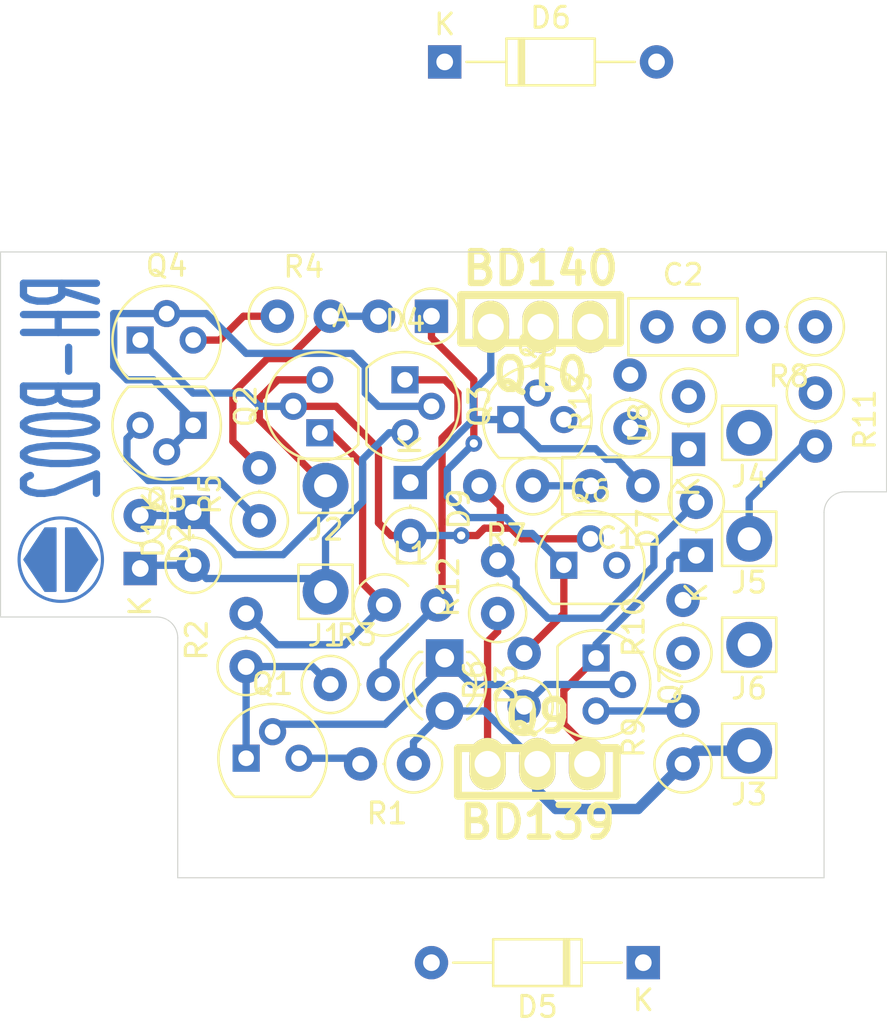
<source format=kicad_pcb>
(kicad_pcb (version 20211014) (generator pcbnew)
  (layers (0 "F.Cu" signal) (31 "B.Cu" signal) (34 "B.Paste" user) (35 "F.Paste" user) (36 "B.SilkS" user "B.Silkscreen") (37 "F.SilkS" user "F.Silkscreen") (38 "B.Mask" user) (39 "F.Mask" user) (44 "Edge.Cuts" user))
  (net 0 "")
  (net 1 "Net-(C1-Pad2)")
  (net 2 "Net-(C1-Pad1)")
  (net 3 "Net-(C2-Pad1)")
  (net 4 "Net-(C2-Pad2)")
  (net 5 "Net-(D1-Pad1)")
  (net 6 "Net-(D1-Pad2)")
  (net 7 "Net-(D3-Pad1)")
  (net 8 "Net-(D3-Pad2)")
  (net 9 "Net-(D4-Pad1)")
  (net 10 "Net-(D5-Pad2)")
  (net 11 "Net-(D5-Pad1)")
  (net 12 "Net-(D6-Pad2)")
  (net 13 "Net-(D7-Pad2)")
  (net 14 "Net-(D9-Pad2)")
  (net 15 "Net-(L1-Pad1)")
  (net 16 "Net-(L1-Pad2)")
  (net 17 "Net-(Q1-Pad1)")
  (net 18 "Net-(Q1-Pad3)")
  (net 19 "Net-(Q3-Pad2)")
  (net 20 "Net-(Q4-Pad3)")
  (net 21 "Net-(Q5-Pad3)")
  (net 22 "Net-(Q6-Pad3)")
  (net 23 "Net-(Q7-Pad3)")
  (net 24 "Net-(Q9-Pad1)")
  (net 25 "Net-(Q10-Pad1)")
  (net 26 "GND")
  (footprint "Capacitor_THT:C_Disc_D5.0mm_W2.5mm_P2.50mm" (layer "F.Cu") (at 163.81 92.71 180)
    (fp_text reference "C1" (at 1.25 -2.5) (layer "F.SilkS"))
    (fp_text value "100pF")
    (fp_line (start -1.37 -1.37) (end -1.37 1.37) (layer "F.SilkS") (width 0.12))
    (fp_line (start 3.87 -1.37) (end 3.87 1.37) (layer "F.SilkS") (width 0.12))
    (fp_line (start -1.37 -1.37) (end 3.87 -1.37) (layer "F.SilkS") (width 0.12))
    (fp_line (start -1.37 1.37) (end 3.87 1.37) (layer "F.SilkS") (width 0.12))
    (pad "1" thru_hole circle locked (at 0 0 180) (size 1.6 1.6) (drill 0.8) (layers *.Cu *.Mask) (net 2 "Net-(C1-Pad1)"))
    (pad "2" thru_hole circle locked (at 2.5 0 180) (size 1.6 1.6) (drill 0.8) (layers *.Cu *.Mask) (net 1 "Net-(C1-Pad2)"))
  )
  (footprint "Diode_THT:D_DO-35_SOD27_P2.54mm_Vertical_KathodeUp" (layer "F.Cu") (at 142.24 93.98 -90)
    (fp_text reference "D1" (at 1.213629 1.905 90) (layer "F.SilkS"))
    (fp_text value "1N914")
    (fp_text user "K" (at -0.479315 1.905 90) (layer "F.SilkS"))
    (fp_line (start 1.213629 0) (end 1.1 0) (layer "F.SilkS") (width 0.12))
    (fp_circle (center 2.54 0) (end 3.866371 0) (layer "F.SilkS") (width 0.12) (fill none))
    (pad "1" thru_hole rect locked (at 0 0 270) (size 1.6 1.6) (drill 0.8) (layers *.Cu *.Mask) (net 5 "Net-(D1-Pad1)"))
    (pad "2" thru_hole oval locked (at 2.54 0 270) (size 1.6 1.6) (drill 0.8) (layers *.Cu *.Mask) (net 6 "Net-(D1-Pad2)"))
  )
  (footprint "Diode_THT:D_DO-35_SOD27_P2.54mm_Vertical_KathodeUp" (layer "F.Cu") (at 139.7 96.675686 90)
    (fp_text reference "D2" (at 1.213629 1.905 90) (layer "F.SilkS"))
    (fp_text value "1N914")
    (fp_text user "K" (at -1.8 0 90) (layer "F.SilkS"))
    (fp_line (start 1.213629 0) (end 1.1 0) (layer "F.SilkS") (width 0.12))
    (fp_circle (center 2.54 0) (end 3.866371 0) (layer "F.SilkS") (width 0.12) (fill none))
    (pad "1" thru_hole rect locked (at 0 0 90) (size 1.6 1.6) (drill 0.8) (layers *.Cu *.Mask) (net 6 "Net-(D1-Pad2)"))
    (pad "2" thru_hole oval locked (at 2.54 0 90) (size 1.6 1.6) (drill 0.8) (layers *.Cu *.Mask) (net 5 "Net-(D1-Pad1)"))
  )
  (footprint "LED_THT:LED_D3.0mm" (layer "F.Cu") (at 154.305 100.965 -90)
    (fp_text reference "D3" (at 1.27 -2.96 90) (layer "F.SilkS"))
    (fp_text value "red")
    (fp_line (start -0.29 -1.236) (end -0.29 -1.08) (layer "F.SilkS") (width 0.12))
    (fp_line (start -0.29 1.08) (end -0.29 1.236) (layer "F.SilkS") (width 0.12))
    (fp_arc (start 0.229039 -1.08) (mid 1.270117 -1.5) (end 2.31113 -1.079837) (layer "F.SilkS") (width 0.12))
    (fp_arc (start -0.29 -1.235516) (mid 1.366487 -1.987659) (end 2.942335 -1.078608) (layer "F.SilkS") (width 0.12))
    (fp_arc (start 2.942335 1.078608) (mid 1.366487 1.987659) (end -0.29 1.235516) (layer "F.SilkS") (width 0.12))
    (fp_arc (start 2.31113 1.079837) (mid 1.270117 1.5) (end 0.229039 1.08) (layer "F.SilkS") (width 0.12))
    (pad "1" thru_hole rect locked (at 0 0 270) (size 1.8 1.8) (drill 0.9) (layers *.Cu *.Mask) (net 7 "Net-(D3-Pad1)"))
    (pad "2" thru_hole circle locked (at 2.54 0 270) (size 1.8 1.8) (drill 0.9) (layers *.Cu *.Mask) (net 8 "Net-(D3-Pad2)"))
  )
  (footprint "Diode_THT:D_DO-35_SOD27_P2.54mm_Vertical_AnodeUp" (layer "F.Cu") (at 153.67 84.582 180)
    (fp_text reference "D4" (at 1.264315 -0.215) (layer "F.SilkS"))
    (fp_text value "Z5V1")
    (fp_text user "A" (at 4.34 0) (layer "F.SilkS"))
    (fp_line (start 1.326371 0) (end 1.44 0) (layer "F.SilkS") (width 0.12))
    (fp_circle (center 0 0) (end 1.326371 0) (layer "F.SilkS") (width 0.12) (fill none))
    (pad "1" thru_hole rect locked (at 0 0 180) (size 1.6 1.6) (drill 0.8) (layers *.Cu *.Mask) (net 9 "Net-(D4-Pad1)"))
    (pad "2" thru_hole oval locked (at 2.54 0 180) (size 1.6 1.6) (drill 0.8) (layers *.Cu *.Mask) (net 4 "Net-(C2-Pad2)"))
  )
  (footprint "Diode_THT:D_DO-35_SOD27_P10.16mm_Horizontal" (layer "F.Cu") (at 163.83 115.57 180)
    (fp_text reference "D5" (at 5.08 -2.12) (layer "F.SilkS"))
    (fp_text value "1N914")
    (fp_text user "K" (at 0 -1.8) (layer "F.SilkS"))
    (fp_line (start 2.96 -1.12) (end 2.96 1.12) (layer "F.SilkS") (width 0.12))
    (fp_line (start 9.12 0) (end 7.2 0) (layer "F.SilkS") (width 0.12))
    (fp_line (start 1.04 0) (end 2.96 0) (layer "F.SilkS") (width 0.12))
    (fp_line (start 3.56 -1.12) (end 3.56 1.12) (layer "F.SilkS") (width 0.12))
    (fp_line (start 2.96 1.12) (end 7.2 1.12) (layer "F.SilkS") (width 0.12))
    (fp_line (start 3.8 -1.12) (end 3.8 1.12) (layer "F.SilkS") (width 0.12))
    (fp_line (start 3.68 -1.12) (end 3.68 1.12) (layer "F.SilkS") (width 0.12))
    (fp_line (start 7.2 -1.12) (end 2.96 -1.12) (layer "F.SilkS") (width 0.12))
    (fp_line (start 7.2 1.12) (end 7.2 -1.12) (layer "F.SilkS") (width 0.12))
    (pad "1" thru_hole rect locked (at 0 0 180) (size 1.6 1.6) (drill 0.8) (layers *.Cu *.Mask) (net 11 "Net-(D5-Pad1)"))
    (pad "2" thru_hole oval locked (at 10.16 0 180) (size 1.6 1.6) (drill 0.8) (layers *.Cu *.Mask) (net 10 "Net-(D5-Pad2)"))
  )
  (footprint "Diode_THT:D_DO-35_SOD27_P10.16mm_Horizontal" (layer "F.Cu") (at 154.305 72.39)
    (fp_text reference "D6" (at 5.08 -2.12) (layer "F.SilkS"))
    (fp_text value "1N914")
    (fp_text user "K" (at 0 -1.8) (layer "F.SilkS"))
    (fp_line (start 9.12 0) (end 7.2 0) (layer "F.SilkS") (width 0.12))
    (fp_line (start 7.2 1.12) (end 7.2 -1.12) (layer "F.SilkS") (width 0.12))
    (fp_line (start 2.96 -1.12) (end 2.96 1.12) (layer "F.SilkS") (width 0.12))
    (fp_line (start 3.56 -1.12) (end 3.56 1.12) (layer "F.SilkS") (width 0.12))
    (fp_line (start 2.96 1.12) (end 7.2 1.12) (layer "F.SilkS") (width 0.12))
    (fp_line (start 7.2 -1.12) (end 2.96 -1.12) (layer "F.SilkS") (width 0.12))
    (fp_line (start 3.8 -1.12) (end 3.8 1.12) (layer "F.SilkS") (width 0.12))
    (fp_line (start 3.68 -1.12) (end 3.68 1.12) (layer "F.SilkS") (width 0.12))
    (fp_line (start 1.04 0) (end 2.96 0) (layer "F.SilkS") (width 0.12))
    (pad "1" thru_hole rect locked (at 0 0) (size 1.6 1.6) (drill 0.8) (layers *.Cu *.Mask) (net 2 "Net-(C1-Pad1)"))
    (pad "2" thru_hole oval locked (at 10.16 0) (size 1.6 1.6) (drill 0.8) (layers *.Cu *.Mask) (net 12 "Net-(D6-Pad2)"))
  )
  (footprint "Diode_THT:D_DO-35_SOD27_P2.54mm_Vertical_KathodeUp" (layer "F.Cu") (at 166.37 96.040686 90)
    (fp_text reference "D7" (at 1.27 -2.326371 90) (layer "F.SilkS"))
    (fp_text value "1N914")
    (fp_text user "K" (at -1.8 0 90) (layer "F.SilkS"))
    (fp_line (start 1.213629 0) (end 1.1 0) (layer "F.SilkS") (width 0.12))
    (fp_circle (center 2.54 0) (end 3.866371 0) (layer "F.SilkS") (width 0.12) (fill none))
    (pad "1" thru_hole rect locked (at 0 0 90) (size 1.6 1.6) (drill 0.8) (layers *.Cu *.Mask) (net 10 "Net-(D5-Pad2)"))
    (pad "2" thru_hole oval locked (at 2.54 0 90) (size 1.6 1.6) (drill 0.8) (layers *.Cu *.Mask) (net 13 "Net-(D7-Pad2)"))
  )
  (footprint "Diode_THT:D_DO-35_SOD27_P2.54mm_Vertical_KathodeUp" (layer "F.Cu") (at 166 90.960686 90)
    (fp_text reference "D8" (at 1.27 -2.326371 90) (layer "F.SilkS"))
    (fp_text value "1N914")
    (fp_text user "K" (at -1.8 0 90) (layer "F.SilkS"))
    (fp_line (start 1.213629 0) (end 1.1 0) (layer "F.SilkS") (width 0.12))
    (fp_circle (center 2.54 0) (end 3.866371 0) (layer "F.SilkS") (width 0.12) (fill none))
    (pad "1" thru_hole rect locked (at 0 0 90) (size 1.6 1.6) (drill 0.8) (layers *.Cu *.Mask) (net 13 "Net-(D7-Pad2)"))
    (pad "2" thru_hole oval locked (at 2.54 0 90) (size 1.6 1.6) (drill 0.8) (layers *.Cu *.Mask) (net 2 "Net-(C1-Pad1)"))
  )
  (footprint "Diode_THT:D_DO-35_SOD27_P2.54mm_Vertical_KathodeUp" (layer "F.Cu") (at 152.654 92.554315 -90)
    (fp_text reference "D9" (at 1.27 -2.326371 90) (layer "F.SilkS"))
    (fp_text value "1N914")
    (fp_text user "K" (at -1.8 0 90) (layer "F.SilkS"))
    (fp_line (start 1.213629 0) (end 1.1 0) (layer "F.SilkS") (width 0.12))
    (fp_circle (center 2.54 0) (end 3.866371 0) (layer "F.SilkS") (width 0.12) (fill none))
    (pad "1" thru_hole rect locked (at 0 0 270) (size 1.6 1.6) (drill 0.8) (layers *.Cu *.Mask) (net 2 "Net-(C1-Pad1)"))
    (pad "2" thru_hole oval locked (at 2.54 0 270) (size 1.6 1.6) (drill 0.8) (layers *.Cu *.Mask) (net 14 "Net-(D9-Pad2)"))
  )
  (footprint "Connector_Pin:Pin_D1.1mm_L8.5mm_W2.5mm_FlatFork" (layer "F.Cu") (at 148.59 92.71)
    (fp_text reference "J2" (at 0 2.1) (layer "F.SilkS"))
    (fp_text value "Input+")
    (fp_line (start -1.3 -1.3) (end 1.3 -1.3) (layer "F.SilkS") (width 0.12))
    (fp_line (start -1.3 1.3) (end -1.3 -1.3) (layer "F.SilkS") (width 0.12))
    (fp_line (start -1.3 1.3) (end 1.3 1.3) (layer "F.SilkS") (width 0.12))
    (fp_line (start 1.3 -1.3) (end 1.3 1.3) (layer "F.SilkS") (width 0.12))
    (pad "1" thru_hole circle locked (at 0 0) (size 2.2 2.2) (drill 1.1) (layers *.Cu *.Mask) (net 5 "Net-(D1-Pad1)"))
  )
  (footprint "Connector_Pin:Pin_D1.1mm_L8.5mm_W2.5mm_FlatFork" (layer "F.Cu") (at 168.91 105.41)
    (fp_text reference "J3" (at 0 2.1) (layer "F.SilkS"))
    (fp_text value "V+")
    (fp_line (start -1.3 1.3) (end 1.3 1.3) (layer "F.SilkS") (width 0.12))
    (fp_line (start -1.3 -1.3) (end 1.3 -1.3) (layer "F.SilkS") (width 0.12))
    (fp_line (start -1.3 1.3) (end -1.3 -1.3) (layer "F.SilkS") (width 0.12))
    (fp_line (start 1.3 -1.3) (end 1.3 1.3) (layer "F.SilkS") (width 0.12))
    (pad "1" thru_hole circle locked (at 0 0) (size 2.2 2.2) (drill 1.1) (layers *.Cu *.Mask) (net 8 "Net-(D3-Pad2)"))
  )
  (footprint "Connector_Pin:Pin_D1.1mm_L8.5mm_W2.5mm_FlatFork" (layer "F.Cu") (at 168.91 90.17)
    (fp_text reference "J4" (at 0 2.1) (layer "F.SilkS"))
    (fp_text value "Output")
    (fp_line (start -1.3 1.3) (end 1.3 1.3) (layer "F.SilkS") (width 0.12))
    (fp_line (start -1.3 -1.3) (end 1.3 -1.3) (layer "F.SilkS") (width 0.12))
    (fp_line (start -1.3 1.3) (end -1.3 -1.3) (layer "F.SilkS") (width 0.12))
    (fp_line (start 1.3 -1.3) (end 1.3 1.3) (layer "F.SilkS") (width 0.12))
    (pad "1" thru_hole circle locked (at 0 0) (size 2.2 2.2) (drill 1.1) (layers *.Cu *.Mask) (net 13 "Net-(D7-Pad2)"))
  )
  (footprint "Connector_Pin:Pin_D1.1mm_L8.5mm_W2.5mm_FlatFork" (layer "F.Cu") (at 168.91 95.25)
    (fp_text reference "J5" (at 0 2.1) (layer "F.SilkS"))
    (fp_text value "V-")
    (fp_line (start -1.3 1.3) (end -1.3 -1.3) (layer "F.SilkS") (width 0.12))
    (fp_line (start 1.3 -1.3) (end 1.3 1.3) (layer "F.SilkS") (width 0.12))
    (fp_line (start -1.3 1.3) (end 1.3 1.3) (layer "F.SilkS") (width 0.12))
    (fp_line (start -1.3 -1.3) (end 1.3 -1.3) (layer "F.SilkS") (width 0.12))
    (pad "1" thru_hole circle locked (at 0 0) (size 2.2 2.2) (drill 1.1) (layers *.Cu *.Mask) (net 4 "Net-(C2-Pad2)"))
  )
  (footprint "Inductor_THT:L_Axial_L6.6mm_D2.7mm_P2.54mm_Vertical_Vishay_IM-2" (layer "F.Cu") (at 151.405 98.425)
    (fp_text reference "L1" (at 1.27 -2.47) (layer "F.SilkS"))
    (fp_text value "22µH")
    (fp_arc (start 1.146516 0.92) (mid -1.47 0) (end 1.146516 -0.92) (layer "F.SilkS") (width 0.12))
    (pad "1" thru_hole circle locked (at 0 0) (size 1.6 1.6) (drill 0.8) (layers *.Cu *.Mask) (net 15 "Net-(L1-Pad1)"))
    (pad "2" thru_hole oval locked (at 2.54 0) (size 1.6 1.6) (drill 0.8) (layers *.Cu *.Mask) (net 16 "Net-(L1-Pad2)"))
  )
  (footprint "Package_TO_SOT_THT:TO-92" (layer "F.Cu") (at 148.315 90.17 90)
    (fp_text reference "Q2" (at 1.27 -3.56 90) (layer "F.SilkS"))
    (fp_text value "KSA992")
    (fp_line (start -0.53 1.85) (end 3.07 1.85) (layer "F.SilkS") (width 0.12))
    (fp_arc (start -0.568478 1.838478) (mid -1.132087 -0.994977) (end 1.27 -2.6) (layer "F.SilkS") (width 0.12))
    (fp_arc (start 1.27 -2.6) (mid 3.672087 -0.994977) (end 3.108478 1.838478) (layer "F.SilkS") (width 0.12))
    (pad "1" thru_hole rect locked (at 0 0 90) (size 1.3 1.3) (drill 0.75) (layers *.Cu *.Mask) (net 15 "Net-(L1-Pad1)"))
    (pad "2" thru_hole circle locked (at 1.27 -1.27 90) (size 1.3 1.3) (drill 0.75) (layers *.Cu *.Mask) (net 14 "Net-(D9-Pad2)"))
    (pad "3" thru_hole circle locked (at 2.54 0 90) (size 1.3 1.3) (drill 0.75) (layers *.Cu *.Mask) (net 5 "Net-(D1-Pad1)"))
  )
  (footprint "Package_TO_SOT_THT:TO-92" (layer "F.Cu") (at 152.4 87.63 -90)
    (fp_text reference "Q3" (at 1.27 -3.56 90) (layer "F.SilkS"))
    (fp_text value "KSA992")
    (fp_line (start -0.53 1.85) (end 3.07 1.85) (layer "F.SilkS") (width 0.12))
    (fp_arc (start 1.27 -2.6) (mid 3.672087 -0.994977) (end 3.108478 1.838478) (layer "F.SilkS") (width 0.12))
    (fp_arc (start -0.568478 1.838478) (mid -1.132087 -0.994977) (end 1.27 -2.6) (layer "F.SilkS") (width 0.12))
    (pad "1" thru_hole rect locked (at 0 0 270) (size 1.3 1.3) (drill 0.75) (layers *.Cu *.Mask) (net 16 "Net-(L1-Pad2)"))
    (pad "2" thru_hole circle locked (at 1.27 -1.27 270) (size 1.3 1.3) (drill 0.75) (layers *.Cu *.Mask) (net 19 "Net-(Q3-Pad2)"))
    (pad "3" thru_hole circle locked (at 2.54 0 270) (size 1.3 1.3) (drill 0.75) (layers *.Cu *.Mask) (net 6 "Net-(D1-Pad2)"))
  )
  (footprint "Package_TO_SOT_THT:TO-92" (layer "F.Cu") (at 139.7 85.725)
    (fp_text reference "Q4" (at 1.27 -3.56) (layer "F.SilkS"))
    (fp_text value "BC550C")
    (fp_line (start -0.53 1.85) (end 3.07 1.85) (layer "F.SilkS") (width 0.12))
    (fp_arc (start -0.568478 1.838478) (mid -1.132087 -0.994977) (end 1.27 -2.6) (layer "F.SilkS") (width 0.12))
    (fp_arc (start 1.27 -2.6) (mid 3.672087 -0.994977) (end 3.108478 1.838478) (layer "F.SilkS") (width 0.12))
    (pad "1" thru_hole rect locked (at 0 0) (size 1.3 1.3) (drill 0.75) (layers *.Cu *.Mask) (net 14 "Net-(D9-Pad2)"))
    (pad "2" thru_hole circle locked (at 1.27 -1.27) (size 1.3 1.3) (drill 0.75) (layers *.Cu *.Mask) (net 19 "Net-(Q3-Pad2)"))
    (pad "3" thru_hole circle locked (at 2.54 0) (size 1.3 1.3) (drill 0.75) (layers *.Cu *.Mask) (net 20 "Net-(Q4-Pad3)"))
  )
  (footprint "Package_TO_SOT_THT:TO-92" (layer "F.Cu") (at 142.24 89.81 180)
    (fp_text reference "Q5" (at 1.27 -3.56) (layer "F.SilkS"))
    (fp_text value "BC550C")
    (fp_line (start -0.53 1.85) (end 3.07 1.85) (layer "F.SilkS") (width 0.12))
    (fp_arc (start -0.568478 1.838478) (mid -1.132087 -0.994977) (end 1.27 -2.6) (layer "F.SilkS") (width 0.12))
    (fp_arc (start 1.27 -2.6) (mid 3.672087 -0.994977) (end 3.108478 1.838478) (layer "F.SilkS") (width 0.12))
    (pad "1" thru_hole rect locked (at 0 0 180) (size 1.3 1.3) (drill 0.75) (layers *.Cu *.Mask) (net 19 "Net-(Q3-Pad2)"))
    (pad "2" thru_hole circle locked (at 1.27 -1.27 180) (size 1.3 1.3) (drill 0.75) (layers *.Cu *.Mask) (net 19 "Net-(Q3-Pad2)"))
    (pad "3" thru_hole circle locked (at 2.54 0 180) (size 1.3 1.3) (drill 0.75) (layers *.Cu *.Mask) (net 21 "Net-(Q5-Pad3)"))
  )
  (footprint "Package_TO_SOT_THT:TO-92" (layer "F.Cu") (at 160.02 96.52)
    (fp_text reference "Q6" (at 1.27 -3.56) (layer "F.SilkS"))
    (fp_text value "BC550C")
    (fp_line (start -0.53 1.85) (end 3.07 1.85) (layer "F.SilkS") (width 0.12))
    (fp_arc (start -0.568478 1.838478) (mid -1.132087 -0.994977) (end 1.27 -2.6) (layer "F.SilkS") (width 0.12))
    (fp_arc (start 1.27 -2.6) (mid 3.672087 -0.994977) (end 3.108478 1.838478) (layer "F.SilkS") (width 0.12))
    (pad "1" thru_hole rect locked (at 0 0) (size 1.3 1.3) (drill 0.75) (layers *.Cu *.Mask) (net 9 "Net-(D4-Pad1)"))
    (pad "2" thru_hole circle locked (at 1.27 -1.27) (size 1.3 1.3) (drill 0.75) (layers *.Cu *.Mask) (net 14 "Net-(D9-Pad2)"))
    (pad "3" thru_hole circle locked (at 2.54 0) (size 1.3 1.3) (drill 0.75) (layers *.Cu *.Mask) (net 22 "Net-(Q6-Pad3)"))
  )
  (footprint "Package_TO_SOT_THT:TO-92" (layer "F.Cu") (at 161.565 100.965 -90)
    (fp_text reference "Q7" (at 1.27 -3.56 90) (layer "F.SilkS"))
    (fp_text value "BC556C")
    (fp_line (start -0.53 1.85) (end 3.07 1.85) (layer "F.SilkS") (width 0.12))
    (fp_arc (start -0.568478 1.838478) (mid -1.132087 -0.994977) (end 1.27 -2.6) (layer "F.SilkS") (width 0.12))
    (fp_arc (start 1.27 -2.6) (mid 3.672087 -0.994977) (end 3.108478 1.838478) (layer "F.SilkS") (width 0.12))
    (pad "1" thru_hole rect locked (at 0 0 270) (size 1.3 1.3) (drill 0.75) (layers *.Cu *.Mask) (net 10 "Net-(D5-Pad2)"))
    (pad "2" thru_hole circle locked (at 1.27 -1.27 270) (size 1.3 1.3) (drill 0.75) (layers *.Cu *.Mask) (net 7 "Net-(D3-Pad1)"))
    (pad "3" thru_hole circle locked (at 2.54 0 270) (size 1.3 1.3) (drill 0.75) (layers *.Cu *.Mask) (net 23 "Net-(Q7-Pad3)"))
  )
  (footprint "Package_TO_SOT_THT:TO-92" (layer "F.Cu") (at 157.48 89.535)
    (fp_text reference "Q8" (at 1.27 -3.56) (layer "F.SilkS"))
    (fp_text value "BC546C")
    (fp_line (start -0.53 1.85) (end 3.07 1.85) (layer "F.SilkS") (width 0.12))
    (fp_arc (start -0.568478 1.838478) (mid -1.132087 -0.994977) (end 1.27 -2.6) (layer "F.SilkS") (width 0.12))
    (fp_arc (start 1.27 -2.6) (mid 3.672087 -0.994977) (end 3.108478 1.838478) (layer "F.SilkS") (width 0.12))
    (pad "1" thru_hole rect locked (at 0 0) (size 1.3 1.3) (drill 0.75) (layers *.Cu *.Mask) (net 2 "Net-(C1-Pad1)"))
    (pad "2" thru_hole circle locked (at 1.27 -1.27) (size 1.3 1.3) (drill 0.75) (layers *.Cu *.Mask) (net 22 "Net-(Q6-Pad3)"))
    (pad "3" thru_hole circle locked (at 2.54 0) (size 1.3 1.3) (drill 0.75) (layers *.Cu *.Mask) (net 3 "Net-(C2-Pad1)"))
  )
  (footprint "TAC:to225_std" (layer "F.Cu") (at 158.9024 85.09)
    (fp_text reference "Q10" (at 0 2.286) (layer "F.SilkS") (effects (font (size 1.524 1.524) (thickness 0.3048))))
    (fp_text value "BD140" (at 0 -2.794) (layer "F.SilkS") (effects (font (size 1.524 1.524) (thickness 0.3048))))
    (fp_line (start -3.81 -1.524) (end 3.81 -1.524) (layer "F.SilkS") (width 0.381))
    (fp_line (start -3.81 0.762) (end -3.81 -1.524) (layer "F.SilkS") (width 0.381))
    (fp_line (start 3.81 0.762) (end -3.81 0.762) (layer "F.SilkS") (width 0.381))
    (fp_line (start 3.81 -1.524) (end 3.81 0.762) (layer "F.SilkS") (width 0.381))
    (pad "1" thru_hole oval locked (at 2.3876 0) (size 1.74752 2.49936) (drill 1.24968) (layers *.Cu *.Mask "F.SilkS") (net 25 "Net-(Q10-Pad1)"))
    (pad "2" thru_hole oval locked (at 0 0) (size 1.74752 2.49936) (drill 1.24968) (layers *.Cu *.Mask "F.SilkS") (net 4 "Net-(C2-Pad2)"))
    (pad "3" thru_hole oval locked (at -2.3876 0) (size 1.74752 2.49936) (drill 1.24968) (layers *.Cu *.Mask "F.SilkS") (net 2 "Net-(C1-Pad1)"))
  )
  (footprint "Resistor_THT:R_Axial_DIN0207_L6.3mm_D2.5mm_P2.54mm_Vertical" (layer "F.Cu") (at 152.81 106.045 180)
    (fp_text reference "R1" (at 1.27 -2.37) (layer "F.SilkS"))
    (fp_text value "2k2")
    (fp_line (start 1.37 0) (end 1.44 0) (layer "F.SilkS") (width 0.12))
    (fp_circle (center 0 0) (end 1.37 0) (layer "F.SilkS") (width 0.12) (fill none))
    (pad "1" thru_hole circle locked (at 0 0 180) (size 1.6 1.6) (drill 0.8) (layers *.Cu *.Mask) (net 8 "Net-(D3-Pad2)"))
    (pad "2" thru_hole oval locked (at 2.54 0 180) (size 1.6 1.6) (drill 0.8) (layers *.Cu *.Mask) (net 18 "Net-(Q1-Pad3)"))
  )
  (footprint "Resistor_THT:R_Axial_DIN0207_L6.3mm_D2.5mm_P2.54mm_Vertical" (layer "F.Cu") (at 144.78 101.375 90)
    (fp_text reference "R2" (at 1.27 -2.37 90) (layer "F.SilkS"))
    (fp_text value "100R")
    (fp_line (start 1.37 0) (end 1.44 0) (layer "F.SilkS") (width 0.12))
    (fp_circle (center 0 0) (end 1.37 0) (layer "F.SilkS") (width 0.12) (fill none))
    (pad "1" thru_hole circle locked (at 0 0 90) (size 1.6 1.6) (drill 0.8) (layers *.Cu *.Mask) (net 17 "Net-(Q1-Pad1)"))
    (pad "2" thru_hole oval locked (at 2.54 0 90) (size 1.6 1.6) (drill 0.8) (layers *.Cu *.Mask) (net 15 "Net-(L1-Pad1)"))
  )
  (footprint "Resistor_THT:R_Axial_DIN0207_L6.3mm_D2.5mm_P2.54mm_Vertical" (layer "F.Cu") (at 148.815 102.235)
    (fp_text reference "R3" (at 1.27 -2.37) (layer "F.SilkS"))
    (fp_text value "100R")
    (fp_line (start 1.37 0) (end 1.44 0) (layer "F.SilkS") (width 0.12))
    (fp_circle (center 0 0) (end 1.37 0) (layer "F.SilkS") (width 0.12) (fill none))
    (pad "1" thru_hole circle locked (at 0 0) (size 1.6 1.6) (drill 0.8) (layers *.Cu *.Mask) (net 17 "Net-(Q1-Pad1)"))
    (pad "2" thru_hole oval locked (at 2.54 0) (size 1.6 1.6) (drill 0.8) (layers *.Cu *.Mask) (net 16 "Net-(L1-Pad2)"))
  )
  (footprint "Resistor_THT:R_Axial_DIN0207_L6.3mm_D2.5mm_P2.54mm_Vertical" (layer "F.Cu") (at 146.275 84.582)
    (fp_text reference "R4" (at 1.27 -2.37) (layer "F.SilkS"))
    (fp_text value "2k2")
    (fp_line (start 1.37 0) (end 1.44 0) (layer "F.SilkS") (width 0.12))
    (fp_circle (center 0 0) (end 1.37 0) (layer "F.SilkS") (width 0.12) (fill none))
    (pad "1" thru_hole circle locked (at 0 0) (size 1.6 1.6) (drill 0.8) (layers *.Cu *.Mask) (net 20 "Net-(Q4-Pad3)"))
    (pad "2" thru_hole oval locked (at 2.54 0) (size 1.6 1.6) (drill 0.8) (layers *.Cu *.Mask) (net 4 "Net-(C2-Pad2)"))
  )
  (footprint "Resistor_THT:R_Axial_DIN0207_L6.3mm_D2.5mm_P2.54mm_Vertical" (layer "F.Cu") (at 145.415 94.39 90)
    (fp_text reference "R5" (at 1.27 -2.37 90) (layer "F.SilkS"))
    (fp_text value "2k2")
    (fp_line (start 1.37 0) (end 1.44 0) (layer "F.SilkS") (width 0.12))
    (fp_circle (center 0 0) (end 1.37 0) (layer "F.SilkS") (width 0.12) (fill none))
    (pad "1" thru_hole circle locked (at 0 0 90) (size 1.6 1.6) (drill 0.8) (layers *.Cu *.Mask) (net 21 "Net-(Q5-Pad3)"))
    (pad "2" thru_hole oval locked (at 2.54 0 90) (size 1.6 1.6) (drill 0.8) (layers *.Cu *.Mask) (net 4 "Net-(C2-Pad2)"))
  )
  (footprint "Resistor_THT:R_Axial_DIN0207_L6.3mm_D2.5mm_P2.54mm_Vertical" (layer "F.Cu") (at 158.115 103.28 90)
    (fp_text reference "R6" (at 1.27 -2.37 90) (layer "F.SilkS"))
    (fp_text value "22k")
    (fp_line (start 1.37 0) (end 1.44 0) (layer "F.SilkS") (width 0.12))
    (fp_circle (center 0 0) (end 1.37 0) (layer "F.SilkS") (width 0.12) (fill none))
    (pad "1" thru_hole circle locked (at 0 0 90) (size 1.6 1.6) (drill 0.8) (layers *.Cu *.Mask) (net 7 "Net-(D3-Pad1)"))
    (pad "2" thru_hole oval locked (at 2.54 0 90) (size 1.6 1.6) (drill 0.8) (layers *.Cu *.Mask) (net 9 "Net-(D4-Pad1)"))
  )
  (footprint "Resistor_THT:R_Axial_DIN0207_L6.3mm_D2.5mm_P2.54mm_Vertical" (layer "F.Cu") (at 158.525 92.71 180)
    (fp_text reference "R7" (at 1.27 -2.37) (layer "F.SilkS"))
    (fp_text value "39R")
    (fp_line (start 1.37 0) (end 1.44 0) (layer "F.SilkS") (width 0.12))
    (fp_circle (center 0 0) (end 1.37 0) (layer "F.SilkS") (width 0.12) (fill none))
    (pad "1" thru_hole circle locked (at 0 0 180) (size 1.6 1.6) (drill 0.8) (layers *.Cu *.Mask) (net 1 "Net-(C1-Pad2)"))
    (pad "2" thru_hole oval locked (at 2.54 0 180) (size 1.6 1.6) (drill 0.8) (layers *.Cu *.Mask) (net 14 "Net-(D9-Pad2)"))
  )
  (footprint "Resistor_THT:R_Axial_DIN0207_L6.3mm_D2.5mm_P2.54mm_Vertical" (layer "F.Cu") (at 172.085 85.09 180)
    (fp_text reference "R8" (at 1.27 -2.37) (layer "F.SilkS"))
    (fp_text value "2k2")
    (fp_line (start 1.37 0) (end 1.44 0) (layer "F.SilkS") (width 0.12))
    (fp_circle (center 0 0) (end 1.37 0) (layer "F.SilkS") (width 0.12) (fill none))
    (pad "1" thru_hole circle locked (at 0 0 180) (size 1.6 1.6) (drill 0.8) (layers *.Cu *.Mask) (net 22 "Net-(Q6-Pad3)"))
    (pad "2" thru_hole oval locked (at 2.54 0 180) (size 1.6 1.6) (drill 0.8) (layers *.Cu *.Mask) (net 4 "Net-(C2-Pad2)"))
  )
  (footprint "Resistor_THT:R_Axial_DIN0207_L6.3mm_D2.5mm_P2.54mm_Vertical" (layer "F.Cu") (at 165.735 106.045 90)
    (fp_text reference "R9" (at 1.27 -2.37 90) (layer "F.SilkS"))
    (fp_text value "220R")
    (fp_line (start 1.37 0) (end 1.44 0) (layer "F.SilkS") (width 0.12))
    (fp_circle (center 0 0) (end 1.37 0) (layer "F.SilkS") (width 0.12) (fill none))
    (pad "1" thru_hole circle locked (at 0 0 90) (size 1.6 1.6) (drill 0.8) (layers *.Cu *.Mask) (net 8 "Net-(D3-Pad2)"))
    (pad "2" thru_hole oval locked (at 2.54 0 90) (size 1.6 1.6) (drill 0.8) (layers *.Cu *.Mask) (net 23 "Net-(Q7-Pad3)"))
  )
  (footprint "Resistor_THT:R_Axial_DIN0207_L6.3mm_D2.5mm_P2.54mm_Vertical" (layer "F.Cu") (at 165.735 100.74 90)
    (fp_text reference "R10" (at 1.27 -2.37 90) (layer "F.SilkS"))
    (fp_text value "22R")
    (fp_line (start 1.37 0) (end 1.44 0) (layer "F.SilkS") (width 0.12))
    (fp_circle (center 0 0) (end 1.37 0) (layer "F.SilkS") (width 0.12) (fill none))
    (pad "1" thru_hole circle locked (at 0 0 90) (size 1.6 1.6) (drill 0.8) (layers *.Cu *.Mask) (net 11 "Net-(D5-Pad1)"))
    (pad "2" thru_hole oval locked (at 2.54 0 90) (size 1.6 1.6) (drill 0.8) (layers *.Cu *.Mask) (net 12 "Net-(D6-Pad2)"))
  )
  (footprint "Resistor_THT:R_Axial_DIN0207_L6.3mm_D2.5mm_P2.54mm_Vertical" (layer "F.Cu") (at 156.845 98.835 90)
    (fp_text reference "R12" (at 1.27 -2.37 90) (layer "F.SilkS"))
    (fp_text value "5R6")
    (fp_line (start 1.37 0) (end 1.44 0) (layer "F.SilkS") (width 0.12))
    (fp_circle (center 0 0) (end 1.37 0) (layer "F.SilkS") (width 0.12) (fill none))
    (pad "1" thru_hole circle locked (at 0 0 90) (size 1.6 1.6) (drill 0.8) (layers *.Cu *.Mask) (net 24 "Net-(Q9-Pad1)"))
    (pad "2" thru_hole oval locked (at 2.54 0 90) (size 1.6 1.6) (drill 0.8) (layers *.Cu *.Mask) (net 13 "Net-(D7-Pad2)"))
  )
  (footprint "Resistor_THT:R_Axial_DIN0207_L6.3mm_D2.5mm_P2.54mm_Vertical" (layer "F.Cu") (at 163.195 89.945 90)
    (fp_text reference "R13" (at 1.27 -2.37 90) (layer "F.SilkS"))
    (fp_text value "5R6")
    (fp_line (start 1.37 0) (end 1.44 0) (layer "F.SilkS") (width 0.12))
    (fp_circle (center 0 0) (end 1.37 0) (layer "F.SilkS") (width 0.12) (fill none))
    (pad "1" thru_hole circle locked (at 0 0 90) (size 1.6 1.6) (drill 0.8) (layers *.Cu *.Mask) (net 13 "Net-(D7-Pad2)"))
    (pad "2" thru_hole oval locked (at 2.54 0 90) (size 1.6 1.6) (drill 0.8) (layers *.Cu *.Mask) (net 25 "Net-(Q10-Pad1)"))
  )
  (footprint "Connector_Pin:Pin_D1.1mm_L8.5mm_W2.5mm_FlatFork" (layer "F.Cu") (at 168.91 100.33)
    (fp_text reference "J6" (at 0 2.1) (layer "F.SilkS"))
    (fp_text value "GND")
    (fp_line (start 1.3 -1.3) (end 1.3 1.3) (layer "F.SilkS") (width 0.12))
    (fp_line (start -1.3 -1.3) (end 1.3 -1.3) (layer "F.SilkS") (width 0.12))
    (fp_line (start -1.3 1.3) (end -1.3 -1.3) (layer "F.SilkS") (width 0.12))
    (fp_line (start -1.3 1.3) (end 1.3 1.3) (layer "F.SilkS") (width 0.12))
    (pad "1" thru_hole circle locked (at 0 0) (size 2.2 2.2) (drill 1.1) (layers *.Cu *.Mask) (net 26 "GND"))
  )
  (footprint "Connector_Pin:Pin_D1.1mm_L8.5mm_W2.5mm_FlatFork" (layer "F.Cu") (at 148.59 97.79)
    (fp_text reference "J1" (at 0 2.1) (layer "F.SilkS"))
    (fp_text value "Imput-")
    (fp_line (start -1.3 1.3) (end -1.3 -1.3) (layer "F.SilkS") (width 0.12))
    (fp_line (start 1.3 -1.3) (end 1.3 1.3) (layer "F.SilkS") (width 0.12))
    (fp_line (start -1.3 -1.3) (end 1.3 -1.3) (layer "F.SilkS") (width 0.12))
    (fp_line (start -1.3 1.3) (end 1.3 1.3) (layer "F.SilkS") (width 0.12))
    (pad "1" thru_hole circle locked (at 0 0) (size 2.2 2.2) (drill 1.1) (layers *.Cu *.Mask) (net 6 "Net-(D1-Pad2)"))
  )
  (footprint "TAC:to225_std" (layer "F.Cu") (at 158.75 106.045 180)
    (fp_text reference "Q9" (at 0 2.286) (layer "F.SilkS") (effects (font (size 1.524 1.524) (thickness 0.3048))))
    (fp_text value "BD139" (at 0 -2.794) (layer "F.SilkS") (effects (font (size 1.524 1.524) (thickness 0.3048))))
    (fp_line (start 3.81 -1.524) (end 3.81 0.762) (layer "F.SilkS") (width 0.381))
    (fp_line (start 3.81 0.762) (end -3.81 0.762) (layer "F.SilkS") (width 0.381))
    (fp_line (start -3.81 -1.524) (end 3.81 -1.524) (layer "F.SilkS") (width 0.381))
    (fp_line (start -3.81 0.762) (end -3.81 -1.524) (layer "F.SilkS") (width 0.381))
    (pad "1" thru_hole oval locked (at 2.3876 0 180) (size 1.74752 2.49936) (drill 1.24968) (layers *.Cu *.Mask "F.SilkS") (net 24 "Net-(Q9-Pad1)"))
    (pad "2" thru_hole oval locked (at 0 0 180) (size 1.74752 2.49936) (drill 1.24968) (layers *.Cu *.Mask "F.SilkS") (net 8 "Net-(D3-Pad2)"))
    (pad "3" thru_hole oval locked (at -2.3876 0 180) (size 1.74752 2.49936) (drill 1.24968) (layers *.Cu *.Mask "F.SilkS") (net 10 "Net-(D5-Pad2)"))
  )
  (footprint "Capacitor_THT:C_Disc_D5.0mm_W2.5mm_P2.50mm" (layer "F.Cu") (at 164.485 85.09)
    (fp_text reference "C2" (at 1.25 -2.5) (layer "F.SilkS"))
    (fp_text value "220pF")
    (fp_line (start -1.37 -1.37) (end -1.37 1.37) (layer "F.SilkS") (width 0.12))
    (fp_line (start -1.37 -1.37) (end 3.87 -1.37) (layer "F.SilkS") (width 0.12))
    (fp_line (start -1.37 1.37) (end 3.87 1.37) (layer "F.SilkS") (width 0.12))
    (fp_line (start 3.87 -1.37) (end 3.87 1.37) (layer "F.SilkS") (width 0.12))
    (pad "1" thru_hole circle locked (at 0 0) (size 1.6 1.6) (drill 0.8) (layers *.Cu *.Mask) (net 3 "Net-(C2-Pad1)"))
    (pad "2" thru_hole circle locked (at 2.5 0) (size 1.6 1.6) (drill 0.8) (layers *.Cu *.Mask) (net 4 "Net-(C2-Pad2)"))
  )
  (footprint "Package_TO_SOT_THT:TO-92" (layer "F.Cu") (at 144.78 105.77)
    (fp_text reference "Q1" (at 1.27 -3.56) (layer "F.SilkS"))
    (fp_text value "BC560C")
    (fp_line (start -0.53 1.85) (end 3.07 1.85) (layer "F.SilkS") (width 0.12))
    (fp_arc (start -0.568478 1.838478) (mid -1.132087 -0.994977) (end 1.27 -2.6) (layer "F.SilkS") (width 0.12))
    (fp_arc (start 1.27 -2.6) (mid 3.672087 -0.994977) (end 3.108478 1.838478) (layer "F.SilkS") (width 0.12))
    (pad "1" thru_hole rect locked (at 0 0) (size 1.3 1.3) (drill 0.75) (layers *.Cu *.Mask) (net 17 "Net-(Q1-Pad1)"))
    (pad "2" thru_hole circle locked (at 1.27 -1.27) (size 1.3 1.3) (drill 0.75) (layers *.Cu *.Mask) (net 7 "Net-(D3-Pad1)"))
    (pad "3" thru_hole circle locked (at 2.54 0) (size 1.3 1.3) (drill 0.75) (layers *.Cu *.Mask) (net 18 "Net-(Q1-Pad3)"))
  )
  (footprint "Resistor_THT:R_Axial_DIN0207_L6.3mm_D2.5mm_P2.54mm_Vertical" (layer "F.Cu") (at 172.085 88.265 -90)
    (fp_text reference "R11" (at 1.27 -2.37 90) (layer "F.SilkS"))
    (fp_text value "100R")
    (fp_line (start 1.37 0) (end 1.44 0) (layer "F.SilkS") (width 0.12))
    (fp_circle (center 0 0) (end 1.37 0) (layer "F.SilkS") (width 0.12) (fill none))
    (pad "1" thru_hole circle locked (at 0 0 270) (size 1.6 1.6) (drill 0.8) (layers *.Cu *.Mask) (net 3 "Net-(C2-Pad1)"))
    (pad "2" thru_hole oval locked (at 2.54 0 270) (size 1.6 1.6) (drill 0.8) (layers *.Cu *.Mask) (net 4 "Net-(C2-Pad2)"))
  )
  (gr_poly (pts (xy 135.14 94.75) (xy 135.64 94.75) (xy 135.64 97.75) (xy 135.14 97.75) (xy 134.14 96.25)) (layer "B.Cu") (width 0.1) (fill solid))
  (gr_poly (pts (xy 136.64 94.75) (xy 137.64 96.25) (xy 136.64 97.75) (xy 136.14 97.75) (xy 136.14 94.75)) (layer "B.Cu") (width 0.1) (fill solid))
  (gr_circle (center 135.89 96.25) (end 135.89 94.25) (layer "B.Cu") (width 0.15) (fill none))
  (gr_line (start 141.5 111.5) (end 172.5 111.5) (layer "Edge.Cuts") (width 0.05))
  (gr_arc (start 140.5 99) (mid 141.207107 99.292893) (end 141.5 100) (layer "Edge.Cuts") (width 0.05))
  (gr_arc (start 172.5 94) (mid 172.792893 93.292893) (end 173.5 93) (layer "Edge.Cuts") (width 0.05))
  (gr_line (start 141.5 100) (end 141.5 111.5) (layer "Edge.Cuts") (width 0.05))
  (gr_line (start 133 99) (end 133 81.5) (layer "Edge.Cuts") (width 0.05))
  (gr_line (start 175.5 93) (end 173.5 93) (layer "Edge.Cuts") (width 0.05))
  (gr_line (start 172.5 111.5) (end 172.5 94) (layer "Edge.Cuts") (width 0.05))
  (gr_line (start 140.5 99) (end 133 99) (layer "Edge.Cuts") (width 0.05))
  (gr_line (start 175.5 93) (end 175.5 81.5) (layer "Edge.Cuts") (width 0.05))
  (gr_line (start 175.5 81.5) (end 133 81.5) (layer "Edge.Cuts") (width 0.05))
  (gr_text "RH-B002" (at 136 88 90) (layer "B.Cu") (effects (font (size 3.5 1.5) (thickness 0.35)) (justify mirror)))
  (segment (start 161.31 92.71) (end 158.525 92.71) (width 0.35) (layer "B.Cu") (net 1))
  (segment (start 156.5148 87.3252) (end 155.673315 88.166685) (width 0.35) (layer "B.Cu") (net 2))
  (segment (start 163.81 92.71) (end 162.814 91.714) (width 0.35) (layer "B.Cu") (net 2))
  (segment (start 162.814 91.694) (end 162.56 91.44) (width 0.35) (layer "B.Cu") (net 2))
  (segment (start 162.814 91.714) (end 162.814 91.694) (width 0.35) (layer "B.Cu") (net 2))
  (segment (start 162.56 91.44) (end 162.052 91.44) (width 0.35) (layer "B.Cu") (net 2))
  (segment (start 161.544 90.932) (end 158.877 90.932) (width 0.35) (layer "B.Cu") (net 2))
  (segment (start 157.48 89.535) (end 155.673315 89.535) (width 0.35) (layer "B.Cu") (net 2))
  (segment (start 155.673315 88.166685) (end 155.673315 89.535) (width 0.35) (layer "B.Cu") (net 2))
  (segment (start 158.877 90.932) (end 157.48 89.535) (width 0.35) (layer "B.Cu") (net 2))
  (segment (start 156.5148 85.09) (end 156.5148 87.3252) (width 0.35) (layer "B.Cu") (net 2))
  (segment (start 155.673315 89.535) (end 152.654 92.554315) (width 0.35) (layer "B.Cu") (net 2))
  (segment (start 162.052 91.44) (end 161.544 90.932) (width 0.35) (layer "B.Cu") (net 2))
  (segment (start 144.145 90.58) (end 144.145 88.265) (width 0.35) (layer "F.Cu") (net 4))
  (segment (start 148.815 84.582) (end 146.783 86.614) (width 0.35) (layer "F.Cu") (net 4))
  (segment (start 144.145 88.265) (end 145.796 86.614) (width 0.35) (layer "F.Cu") (net 4))
  (segment (start 146.783 86.614) (end 145.796 86.614) (width 0.35) (layer "F.Cu") (net 4))
  (segment (start 145.415 91.85) (end 144.145 90.58) (width 0.35) (layer "F.Cu") (net 4))
  (segment (start 168.91 95.25) (end 168.91 93.345) (width 0.35) (layer "B.Cu") (net 4))
  (segment (start 170.815 91.44) (end 170.18 92.075) (width 0.35) (layer "B.Cu") (net 4))
  (segment (start 172.085 90.805) (end 171.45 90.805) (width 0.35) (layer "B.Cu") (net 4))
  (segment (start 148.815 84.582) (end 151.13 84.582) (width 0.35) (layer "B.Cu") (net 4))
  (segment (start 168.91 93.345) (end 170.18 92.075) (width 0.35) (layer "B.Cu") (net 4))
  (segment (start 171.45 90.805) (end 170.815 91.44) (width 0.35) (layer "B.Cu") (net 4))
  (segment (start 145.415 88.519) (end 146.304 87.63) (width 0.35) (layer "F.Cu") (net 5))
  (segment (start 148.59 92.71) (end 145.415 89.535) (width 0.35) (layer "F.Cu") (net 5))
  (segment (start 146.304 87.63) (end 148.315 87.63) (width 0.35) (layer "F.Cu") (net 5))
  (segment (start 145.415 89.535) (end 145.415 88.519) (width 0.35) (layer "F.Cu") (net 5))
  (segment (start 142.24 93.98) (end 144.272 96.012) (width 0.35) (layer "B.Cu") (net 5))
  (segment (start 148.59 93.98) (end 148.59 92.71) (width 0.35) (layer "B.Cu") (net 5))
  (segment (start 146.558 96.012) (end 148.59 93.98) (width 0.35) (layer "B.Cu") (net 5))
  (segment (start 139.7 94.135686) (end 142.084314 94.135686) (width 0.35) (layer "B.Cu") (net 5))
  (segment (start 144.272 96.012) (end 146.558 96.012) (width 0.35) (layer "B.Cu") (net 5))
  (segment (start 142.084314 94.135686) (end 142.24 93.98) (width 0.35) (layer "B.Cu") (net 5))
  (segment (start 142.24 96.52) (end 139.855686 96.52) (width 0.35) (layer "B.Cu") (net 6))
  (segment (start 150.368 93.472) (end 150.368 91.44) (width 0.35) (layer "B.Cu") (net 6))
  (segment (start 139.855686 96.52) (end 139.7 96.675686) (width 0.35) (layer "B.Cu") (net 6))
  (segment (start 150.368 91.44) (end 151.638 90.17) (width 0.35) (layer "B.Cu") (net 6))
  (segment (start 142.875 97.155) (end 147.955 97.155) (width 0.35) (layer "B.Cu") (net 6))
  (segment (start 151.638 90.17) (end 152.4 90.17) (width 0.35) (layer "B.Cu") (net 6))
  (segment (start 147.955 97.155) (end 148.59 97.79) (width 0.35) (layer "B.Cu") (net 6))
  (segment (start 148.59 95.25) (end 150.368 93.472) (width 0.35) (layer "B.Cu") (net 6))
  (segment (start 142.24 96.52) (end 142.875 97.155) (width 0.35) (layer "B.Cu") (net 6))
  (segment (start 148.59 97.79) (end 148.59 95.25) (width 0.35) (layer "B.Cu") (net 6))
  (segment (start 162.835 102.235) (end 159.16 102.235) (width 0.35) (layer "B.Cu") (net 7))
  (segment (start 151.4475 104.14) (end 146.41 104.14) (width 0.35) (layer "B.Cu") (net 7))
  (segment (start 154.305 101.2825) (end 151.4475 104.14) (width 0.35) (layer "B.Cu") (net 7))
  (segment (start 159.16 102.235) (end 158.115 103.28) (width 0.35) (layer "B.Cu") (net 7))
  (segment (start 155.575 102.235) (end 154.305 100.965) (width 0.35) (layer "B.Cu") (net 7))
  (segment (start 157.07 102.235) (end 155.575 102.235) (width 0.35) (layer "B.Cu") (net 7))
  (segment (start 154.305 100.965) (end 154.305 101.2825) (width 0.35) (layer "B.Cu") (net 7))
  (segment (start 158.115 103.28) (end 157.07 102.235) (width 0.35) (layer "B.Cu") (net 7))
  (segment (start 146.41 104.14) (end 146.05 104.5) (width 0.35) (layer "B.Cu") (net 7))
  (segment (start 158.75 107.315) (end 159.639 108.204) (width 0.5) (layer "B.Cu") (net 8))
  (segment (start 168.91 105.41) (end 166.37 105.41) (width 0.5) (layer "B.Cu") (net 8))
  (segment (start 156.21 103.505) (end 154.305 103.505) (width 0.35) (layer "B.Cu") (net 8))
  (segment (start 152.81 105) (end 154.305 103.505) (width 0.35) (layer "B.Cu") (net 8))
  (segment (start 158.75 106.045) (end 158.75 107.315) (width 0.5) (layer "B.Cu") (net 8))
  (segment (start 163.576 108.204) (end 165.735 106.045) (width 0.5) (layer "B.Cu") (net 8))
  (segment (start 158.75 106.045) (end 156.21 103.505) (width 0.35) (layer "B.Cu") (net 8))
  (segment (start 159.639 108.204) (end 163.576 108.204) (width 0.5) (layer "B.Cu") (net 8))
  (segment (start 152.81 106.045) (end 152.81 105) (width 0.35) (layer "B.Cu") (net 8))
  (segment (start 166.37 105.41) (end 165.735 106.045) (width 0.5) (layer "B.Cu") (net 8))
  (segment (start 158.115 100.74) (end 160.02 98.835) (width 0.35) (layer "F.Cu") (net 9))
  (segment (start 155.702 87.63) (end 153.67 85.598) (width 0.35) (layer "F.Cu") (net 9))
  (segment (start 153.67 85.598) (end 153.67 84.582) (width 0.35) (layer "F.Cu") (net 9))
  (segment (start 155.702 90.678) (end 155.702 87.63) (width 0.35) (layer "F.Cu") (net 9))
  (segment (start 160.02 98.835) (end 160.02 96.52) (width 0.35) (layer "F.Cu") (net 9))
  (via (at 155.702 90.678) (size 0.8) (drill 0.4) (layers "F.Cu" "B.Cu") (net 9))
  (segment (start 154.432 91.948) (end 155.702 90.678) (width 0.35) (layer "B.Cu") (net 9))
  (segment (start 160.02 96.52) (end 158.496 94.996) (width 0.35) (layer "B.Cu") (net 9))
  (segment (start 154.432 93.218) (end 154.432 91.948) (width 0.35) (layer "B.Cu") (net 9))
  (segment (start 158.496 94.996) (end 157.988 94.996) (width 0.35) (layer "B.Cu") (net 9))
  (segment (start 157.226 94.234) (end 157.988 94.996) (width 0.35) (layer "B.Cu") (net 9))
  (segment (start 155.448 94.234) (end 154.432 93.218) (width 0.35) (layer "B.Cu") (net 9))
  (segment (start 157.226 94.234) (end 155.448 94.234) (width 0.35) (layer "B.Cu") (net 9))
  (segment (start 161.1376 105.2576) (end 160.02 104.14) (width 0.35) (layer "F.Cu") (net 10))
  (segment (start 160.02 102.51) (end 161.565 100.965) (width 0.35) (layer "F.Cu") (net 10))
  (segment (start 160.02 104.14) (end 160.02 102.51) (width 0.35) (layer "F.Cu") (net 10))
  (segment (start 161.1376 106.045) (end 161.1376 105.2576) (width 0.35) (layer "F.Cu") (net 10))
  (segment (start 161.565 100.309) (end 165.1 96.774) (width 0.35) (layer "B.Cu") (net 10))
  (segment (start 165.325314 96.040686) (end 166.37 96.040686) (width 0.35) (layer "B.Cu") (net 10))
  (segment (start 161.565 100.965) (end 161.565 100.309) (width 0.35) (layer "B.Cu") (net 10))
  (segment (start 165.1 96.774) (end 165.1 96.266) (width 0.35) (layer "B.Cu") (net 10))
  (segment (start 165.1 96.266) (end 165.325314 96.040686) (width 0.35) (layer "B.Cu") (net 10))
  (segment (start 156.845 96.295) (end 157.734 97.184) (width 0.35) (layer "B.Cu") (net 13))
  (segment (start 157.734 97.536) (end 159.258 99.06) (width 0.35) (layer "B.Cu") (net 13))
  (segment (start 164.338 95.532686) (end 166.37 93.500686) (width 0.35) (layer "B.Cu") (net 13))
  (segment (start 161.828878 99.06) (end 164.338 96.550878) (width 0.35) (layer "B.Cu") (net 13))
  (segment (start 157.734 97.184) (end 157.734 97.536) (width 0.35) (layer "B.Cu") (net 13))
  (segment (start 164.338 96.550878) (end 164.338 95.532686) (width 0.35) (layer "B.Cu") (net 13))
  (segment (start 159.258 99.06) (end 161.828878 99.06) (width 0.35) (layer "B.Cu") (net 13))
  (segment (start 157.988 95.25) (end 157.48 94.742) (width 0.35) (layer "F.Cu") (net 14))
  (segment (start 149.094022 88.9) (end 151.13 90.935978) (width 0.35) (layer "F.Cu") (net 14))
  (segment (start 155.857685 95.094315) (end 155.095685 95.094315) (width 0.35) (layer "F.Cu") (net 14))
  (segment (start 156.972 93.697) (end 155.985 92.71) (width 0.35) (layer "F.Cu") (net 14))
  (segment (start 157.48 94.742) (end 156.972 94.742) (width 0.35) (layer "F.Cu") (net 14))
  (segment (start 151.736315 95.094315) (end 152.654 95.094315) (width 0.35) (layer "F.Cu") (net 14))
  (segment (start 147.045 88.9) (end 149.094022 88.9) (width 0.35) (layer "F.Cu") (net 14))
  (segment (start 151.13 94.488) (end 151.736315 95.094315) (width 0.35) (layer "F.Cu") (net 14))
  (segment (start 151.13 90.935978) (end 151.13 94.488) (width 0.35) (layer "F.Cu") (net 14))
  (segment (start 156.972 94.742) (end 156.972 93.697) (width 0.35) (layer "F.Cu") (net 14))
  (segment (start 161.29 95.25) (end 157.988 95.25) (width 0.35) (layer "F.Cu") (net 14))
  (segment (start 156.21 94.742) (end 155.857685 95.094315) (width 0.35) (layer "F.Cu") (net 14))
  (segment (start 156.972 94.742) (end 156.21 94.742) (width 0.35) (layer "F.Cu") (net 14))
  (via (at 155.095685 95.094315) (size 0.8) (drill 0.4) (layers "F.Cu" "B.Cu") (net 14))
  (segment (start 142.24 88.265) (end 144.78 88.265) (width 0.35) (layer "B.Cu") (net 14))
  (segment (start 155.095685 95.094315) (end 152.654 95.094315) (width 0.35) (layer "B.Cu") (net 14))
  (segment (start 145.415 88.9) (end 144.78 88.265) (width 0.35) (layer "B.Cu") (net 14))
  (segment (start 147.045 88.9) (end 145.415 88.9) (width 0.35) (layer "B.Cu") (net 14))
  (segment (start 139.7 85.725) (end 142.24 88.265) (width 0.35) (layer "B.Cu") (net 14))
  (segment (start 151.405 98.425) (end 150.368 97.388) (width 0.35) (layer "F.Cu") (net 15))
  (segment (start 150.368 97.388) (end 150.368 91.694) (width 0.35) (layer "F.Cu") (net 15))
  (segment (start 148.844 90.17) (end 148.315 90.17) (width 0.35) (layer "F.Cu") (net 15))
  (segment (start 150.368 91.694) (end 148.844 90.17) (width 0.35) (layer "F.Cu") (net 15))
  (segment (start 151.405 98.425) (end 149.5 100.33) (width 0.35) (layer "B.Cu") (net 15))
  (segment (start 149.5 100.33) (end 146.275 100.33) (width 0.35) (layer "B.Cu") (net 15))
  (segment (start 144.78 98.835) (end 146.275 100.33) (width 0.35) (layer "B.Cu") (net 15))
  (segment (start 153.945 98.425) (end 154.178 98.192) (width 0.35) (layer "F.Cu") (net 16))
  (segment (start 154.178 98.192) (end 154.178 90.424) (width 0.35) (layer "F.Cu") (net 16))
  (segment (start 154.178 90.424) (end 154.94 89.662) (width 0.35) (layer "F.Cu") (net 16))
  (segment (start 154.94 88.265) (end 154.305 87.63) (width 0.35) (layer "F.Cu") (net 16))
  (segment (start 154.305 87.63) (end 152.4 87.63) (width 0.35) (layer "F.Cu") (net 16))
  (segment (start 154.94 89.662) (end 154.94 88.265) (width 0.35) (layer "F.Cu") (net 16))
  (segment (start 153.945 98.425) (end 151.355 101.015) (width 0.35) (layer "B.Cu") (net 16))
  (segment (start 154.03363 98.425) (end 154.58 98.425) (width 0.35) (layer "B.Cu") (net 16))
  (segment (start 151.355 101.015) (end 151.355 102.235) (width 0.35) (layer "B.Cu") (net 16))
  (segment (start 144.78 101.375) (end 147.955 101.375) (width 0.35) (layer "B.Cu") (net 17))
  (segment (start 144.78 105.77) (end 144.78 101.375) (width 0.35) (layer "B.Cu") (net 17))
  (segment (start 147.955 101.375) (end 148.815 102.235) (width 0.35) (layer "B.Cu") (net 17))
  (segment (start 147.32 105.77) (end 149.995 105.77) (width 0.35) (layer "B.Cu") (net 18))
  (segment (start 149.995 105.77) (end 150.27 106.045) (width 0.35) (layer "B.Cu") (net 18))
  (segment (start 142.875 84.455) (end 140.97 84.455) (width 0.35) (layer "B.Cu") (net 19))
  (segment (start 142.24 89.535) (end 140.335 87.63) (width 0.35) (layer "B.Cu") (net 19))
  (segment (start 150.495 86.995) (end 149.86 86.36) (width 0.35) (layer "B.Cu") (net 19))
  (segment (start 138.43 86.995) (end 138.43 84.455) (width 0.35) (layer "B.Cu") (net 19))
  (segment (start 139.065 87.63) (end 138.43 86.995) (width 0.35) (layer "B.Cu") (net 19))
  (segment (start 153.67 88.9) (end 151.13 88.9) (width 0.35) (layer "B.Cu") (net 19))
  (segment (start 144.78 86.36) (end 142.875 84.455) (width 0.35) (layer "B.Cu") (net 19))
  (segment (start 150.495 88.265) (end 150.495 86.995) (width 0.35) (layer "B.Cu") (net 19))
  (segment (start 149.86 86.36) (end 144.78 86.36) (width 0.35) (layer "B.Cu") (net 19))
  (segment (start 142.24 89.81) (end 142.24 89.535) (width 0.35) (layer "B.Cu") (net 19))
  (segment (start 140.335 87.63) (end 139.065 87.63) (width 0.35) (layer "B.Cu") (net 19))
  (segment (start 138.43 84.455) (end 140.97 84.455) (width 0.35) (layer "B.Cu") (net 19))
  (segment (start 140.97 91.08) (end 142.24 89.81) (width 0.35) (layer "B.Cu") (net 19))
  (segment (start 151.13 88.9) (end 150.495 88.265) (width 0.35) (layer "B.Cu") (net 19))
  (segment (start 144.653 84.582) (end 146.275 84.582) (width 0.35) (layer "F.Cu") (net 20))
  (segment (start 143.51 85.725) (end 144.653 84.582) (width 0.35) (layer "F.Cu") (net 20))
  (segment (start 142.24 85.725) (end 143.51 85.725) (width 0.35) (layer "F.Cu") (net 20))
  (segment (start 143.481 92.456) (end 140.081 92.456) (width 0.35) (layer "B.Cu") (net 21))
  (segment (start 140.081 92.456) (end 139.065 91.44) (width 0.35) (layer "B.Cu") (net 21))
  (segment (start 139.065 90.445) (end 139.7 89.81) (width 0.35) (layer "B.Cu") (net 21))
  (segment (start 139.065 91.44) (end 139.065 90.445) (width 0.35) (layer "B.Cu") (net 21))
  (segment (start 145.415 94.39) (end 143.481 92.456) (width 0.35) (layer "B.Cu") (net 21))
  (segment (start 165.735 103.505) (end 161.565 103.505) (width 0.35) (layer "B.Cu") (net 23))
  (segment (start 156.3624 100.1776) (end 156.3624 106.045) (width 0.35) (layer "F.Cu") (net 24))
  (segment (start 156.845 99.695) (end 156.3624 100.1776) (width 0.35) (layer "F.Cu") (net 24))
  (segment (start 156.845 98.835) (end 156.845 99.695) (width 0.35) (layer "F.Cu") (net 24))
)
</source>
